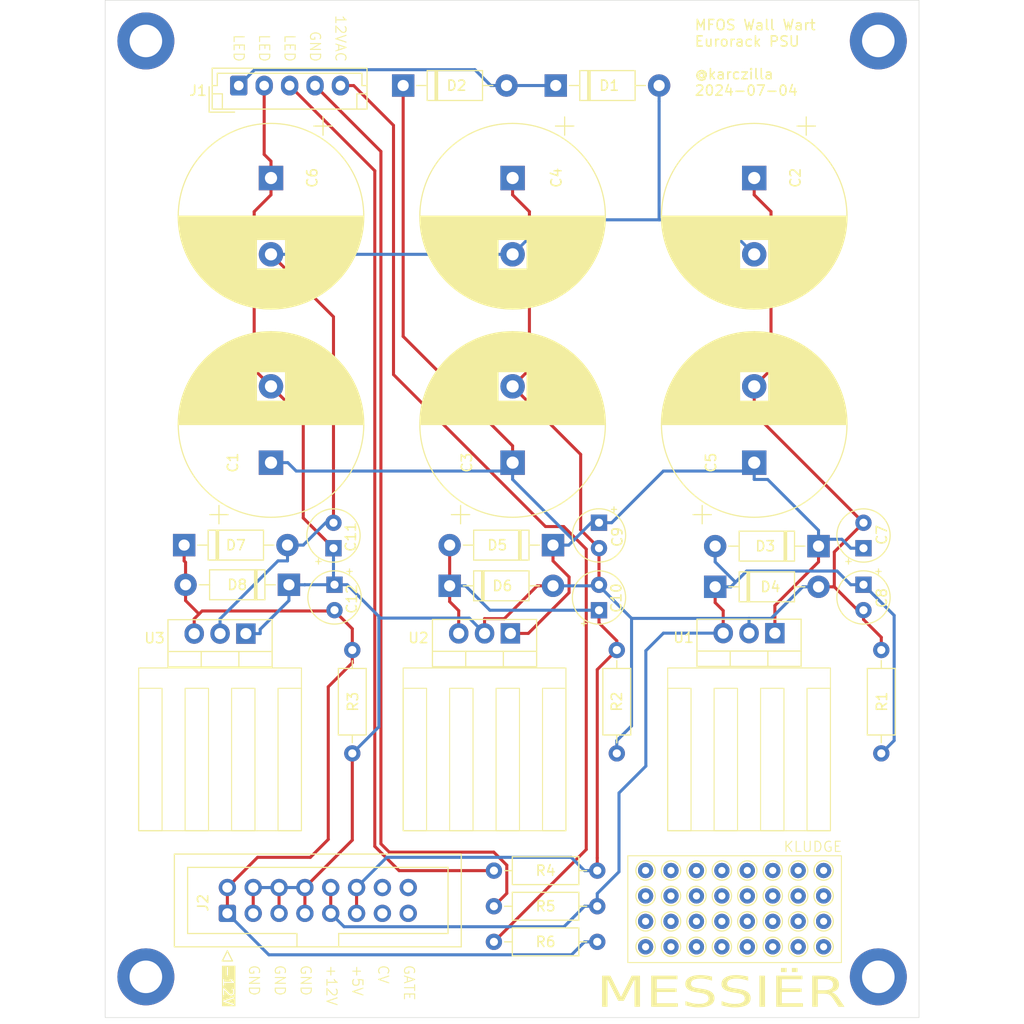
<source format=kicad_pcb>
(kicad_pcb (version 20240108) (generator "pcbnew") (generator_version "8.0")
  (title_block (title "MFOS Wall-Wart PSU (Eurorack)") (date "2024-07-06") (rev "1.0.0") (company "MESSIËR") (comment 4 "Author: Chris Karcz"))
  (layers (0 "F.Cu" signal) (31 "B.Cu" signal) (34 "B.Paste" user) (35 "F.Paste" user) (36 "B.SilkS" user "B.Silkscreen") (37 "F.SilkS" user "F.Silkscreen") (38 "B.Mask" user) (39 "F.Mask" user) (44 "Edge.Cuts" user))
  (net 0 "")
  (net 1 "Net-(D2-K)")
  (net 2 "GND")
  (net 3 "Net-(D1-A)")
  (net 4 "+12V")
  (net 5 "+5V")
  (net 6 "-12V")
  (net 7 "Net-(D1-K)")
  (net 12 "Net-(J1-Pin_5)")
  (net 13 "Net-(J1-Pin_4)")
  (net 14 "Net-(J1-Pin_3)")
  (footprint "Capacitor_THT:CP_Radial_D18.0mm_P7.50mm" (layer "F.Cu") (at 144.0076 66.0281 -90)
    (property "Reference" "C4" (at -0.02222 -4.301625 90) (layer "F.SilkS"))
    (property "Value" "3300uF")
    (pad "1" thru_hole rect (at 0 0 270) (size 2.4 2.4) (drill 1.2) (layers "*.Cu" "*.Mask") (net 2 "GND"))
    (pad "2" thru_hole circle (at 7.5 0 270) (size 2.4 2.4) (drill 1.2) (layers "*.Cu" "*.Mask") (net 3 "Net-(D1-A)"))
  )
  (footprint "TestPoint:TestPoint_THTPad_D1.5mm_Drill0.7mm" (layer "F.Cu") (at 164.58 139.0987)
    (property "Reference" "K20" (hide yes))
    (property "Value" "TestPoint_THTPad_D1.5mm_Drill0.7mm")
    (pad "1" thru_hole circle (at 0 0) (size 1.5 1.5) (drill 0.7) (layers "*.Cu" "*.Mask"))
  )
  (footprint "Resistor_THT:R_Axial_DIN0207_L6.3mm_D2.5mm_P10.16mm_Horizontal" (layer "F.Cu") (at 180.25 122.5859 90)
    (property "Reference" "R1" (at 5.08 0.06 90) (layer "F.SilkS"))
    (property "Value" "2K")
    (pad "1" thru_hole circle (at 0 0 90) (size 1.6 1.6) (drill 0.8) (layers "*.Cu" "*.Mask") (net 4 "+12V"))
    (pad "2" thru_hole oval (at 10.16 0 90) (size 1.6 1.6) (drill 0.8) (layers "*.Cu" "*.Mask") (net 2 "GND"))
  )
  (footprint "Diode_THT:D_DO-41_SOD81_P10.16mm_Horizontal" (layer "F.Cu") (at 122.02 106.011 180)
    (property "Reference" "D8" (at 5.08 -0.005875 0) (layer "F.SilkS"))
    (property "Value" "1N4004")
    (pad "1" thru_hole rect (at 0 0 180) (size 2.2 2.2) (drill 1.1) (layers "*.Cu" "*.Mask") (net 2 "GND"))
    (pad "2" thru_hole oval (at 10.16 0 180) (size 2.2 2.2) (drill 1.1) (layers "*.Cu" "*.Mask") (net 6 "-12V"))
  )
  (footprint "Capacitor_THT:CP_Radial_Tantal_D5.0mm_P2.50mm" (layer "F.Cu") (at 152.5 99.9084 -90)
    (property "Reference" "C9" (at 1.405112 -1.8 90) (layer "F.SilkS"))
    (property "Value" "1uF")
    (pad "1" thru_hole rect (at 0 0 270) (size 1.6 1.6) (drill 0.8) (layers "*.Cu" "*.Mask") (net 1 "Net-(D2-K)"))
    (pad "2" thru_hole circle (at 2.5 0 270) (size 1.6 1.6) (drill 0.8) (layers "*.Cu" "*.Mask") (net 2 "GND"))
  )
  (footprint "Diode_THT:D_DO-41_SOD81_P10.16mm_Horizontal" (layer "F.Cu") (at 147.98 102.1135 180)
    (property "Reference" "D5" (at 5.479525 -0.005875 0) (layer "F.SilkS"))
    (property "Value" "1N4004")
    (pad "1" thru_hole rect (at 0 0 180) (size 2.2 2.2) (drill 1.1) (layers "*.Cu" "*.Mask") (net 1 "Net-(D2-K)"))
    (pad "2" thru_hole oval (at 10.16 0 180) (size 2.2 2.2) (drill 1.1) (layers "*.Cu" "*.Mask") (net 5 "+5V"))
  )
  (footprint "TestPoint:TestPoint_THTPad_D1.5mm_Drill0.7mm" (layer "F.Cu") (at 167.08 134.0987)
    (property "Reference" "K5" (hide yes))
    (property "Value" "TestPoint_THTPad_D1.5mm_Drill0.7mm")
    (pad "1" thru_hole circle (at 0 0) (size 1.5 1.5) (drill 0.7) (layers "*.Cu" "*.Mask"))
  )
  (footprint "TestPoint:TestPoint_THTPad_D1.5mm_Drill0.7mm" (layer "F.Cu") (at 174.58 136.5987)
    (property "Reference" "K16" (hide yes))
    (property "Value" "TestPoint_THTPad_D1.5mm_Drill0.7mm")
    (pad "1" thru_hole circle (at 0 0) (size 1.5 1.5) (drill 0.7) (layers "*.Cu" "*.Mask"))
  )
  (footprint "TestPoint:TestPoint_THTPad_D1.5mm_Drill0.7mm" (layer "F.Cu") (at 172.08 141.5987)
    (property "Reference" "K31" (hide yes))
    (property "Value" "TestPoint_THTPad_D1.5mm_Drill0.7mm")
    (pad "1" thru_hole circle (at 0 0) (size 1.5 1.5) (drill 0.7) (layers "*.Cu" "*.Mask"))
  )
  (footprint "TestPoint:TestPoint_THTPad_D1.5mm_Drill0.7mm" (layer "F.Cu") (at 169.58 134.0987)
    (property "Reference" "K6" (hide yes))
    (property "Value" "TestPoint_THTPad_D1.5mm_Drill0.7mm")
    (pad "1" thru_hole circle (at 0 0) (size 1.5 1.5) (drill 0.7) (layers "*.Cu" "*.Mask"))
  )
  (footprint "Heatsink:Heatsink_Tayda_16.50x16.50" (layer "F.Cu") (at 165.255 101.2368)
    (property "Reference" "HS1" (hide yes))
    (property "Value" "Heatsink" (hide yes))
  )
  (footprint "Capacitor_THT:CP_Radial_D18.0mm_P7.50mm" (layer "F.Cu") (at 144.0076 94.0059 90)
    (property "Reference" "C3" (at 0 -4.5 90) (layer "F.SilkS"))
    (property "Value" "3300uF")
    (pad "1" thru_hole rect (at 0 0 90) (size 2.4 2.4) (drill 1.2) (layers "*.Cu" "*.Mask") (net 1 "Net-(D2-K)"))
    (pad "2" thru_hole circle (at 7.5 0 90) (size 2.4 2.4) (drill 1.2) (layers "*.Cu" "*.Mask") (net 2 "GND"))
  )
  (footprint "TestPoint:TestPoint_THTPad_D1.5mm_Drill0.7mm" (layer "F.Cu") (at 169.58 139.0987)
    (property "Reference" "K22" (hide yes))
    (property "Value" "TestPoint_THTPad_D1.5mm_Drill0.7mm")
    (pad "1" thru_hole circle (at 0 0) (size 1.5 1.5) (drill 0.7) (layers "*.Cu" "*.Mask"))
  )
  (footprint "TestPoint:TestPoint_THTPad_D1.5mm_Drill0.7mm" (layer "F.Cu") (at 162.08 141.5987)
    (property "Reference" "K27" (hide yes))
    (property "Value" "TestPoint_THTPad_D1.5mm_Drill0.7mm")
    (pad "1" thru_hole circle (at 0 0) (size 1.5 1.5) (drill 0.7) (layers "*.Cu" "*.Mask"))
  )
  (footprint "Resistor_THT:R_Axial_DIN0207_L6.3mm_D2.5mm_P10.16mm_Horizontal" (layer "F.Cu") (at 142.17 141.1118)
    (property "Reference" "R6" (at 5.08 0 0) (layer "F.SilkS"))
    (property "Value" "500")
    (pad "1" thru_hole circle (at 0 0) (size 1.6 1.6) (drill 0.8) (layers "*.Cu" "*.Mask") (net 12 "Net-(J1-Pin_5)"))
    (pad "2" thru_hole oval (at 10.16 0) (size 1.6 1.6) (drill 0.8) (layers "*.Cu" "*.Mask") (net 6 "-12V"))
  )
  (footprint "TestPoint:TestPoint_THTPad_D1.5mm_Drill0.7mm" (layer "F.Cu") (at 169.58 136.5987)
    (property "Reference" "K14" (hide yes))
    (property "Value" "TestPoint_THTPad_D1.5mm_Drill0.7mm")
    (pad "1" thru_hole circle (at 0 0) (size 1.5 1.5) (drill 0.7) (layers "*.Cu" "*.Mask"))
  )
  (footprint "Capacitor_THT:CP_Radial_D18.0mm_P7.50mm" (layer "F.Cu") (at 167.7576 66.0281 -90)
    (property "Reference" "C2" (at -0.02222 -4.051625 90) (layer "F.SilkS"))
    (property "Value" "3300uF")
    (pad "1" thru_hole rect (at 0 0 270) (size 2.4 2.4) (drill 1.2) (layers "*.Cu" "*.Mask") (net 2 "GND"))
    (pad "2" thru_hole circle (at 7.5 0 270) (size 2.4 2.4) (drill 1.2) (layers "*.Cu" "*.Mask") (net 3 "Net-(D1-A)"))
  )
  (footprint "TestPoint:TestPoint_THTPad_D1.5mm_Drill0.7mm" (layer "F.Cu") (at 162.08 134.0987)
    (property "Reference" "K3" (hide yes))
    (property "Value" "TestPoint_THTPad_D1.5mm_Drill0.7mm")
    (pad "1" thru_hole circle (at 0 0) (size 1.5 1.5) (drill 0.7) (layers "*.Cu" "*.Mask"))
  )
  (footprint "TestPoint:TestPoint_THTPad_D1.5mm_Drill0.7mm" (layer "F.Cu") (at 159.58 134.0987)
    (property "Reference" "K2" (hide yes))
    (property "Value" "TestPoint_THTPad_D1.5mm_Drill0.7mm")
    (pad "1" thru_hole circle (at 0 0) (size 1.5 1.5) (drill 0.7) (layers "*.Cu" "*.Mask"))
  )
  (footprint "Capacitor_THT:CP_Radial_D18.0mm_P7.50mm" (layer "F.Cu") (at 167.7576 94.0059 90)
    (property "Reference" "C5" (at 0 -4.25 90) (layer "F.SilkS"))
    (property "Value" "3300uF")
    (pad "1" thru_hole rect (at 0 0 90) (size 2.4 2.4) (drill 1.2) (layers "*.Cu" "*.Mask") (net 1 "Net-(D2-K)"))
    (pad "2" thru_hole circle (at 7.5 0 90) (size 2.4 2.4) (drill 1.2) (layers "*.Cu" "*.Mask") (net 2 "GND"))
  )
  (footprint "TestPoint:TestPoint_THTPad_D1.5mm_Drill0.7mm" (layer "F.Cu") (at 157.08 134.0987)
    (property "Reference" "K1" (hide yes))
    (property "Value" "TestPoint_THTPad_D1.5mm_Drill0.7mm")
    (pad "1" thru_hole circle (at 0 0) (size 1.5 1.5) (drill 0.7) (layers "*.Cu" "*.Mask"))
  )
  (footprint "TestPoint:TestPoint_THTPad_D1.5mm_Drill0.7mm" (layer "F.Cu") (at 167.08 136.5987)
    (property "Reference" "K13" (hide yes))
    (property "Value" "TestPoint_THTPad_D1.5mm_Drill0.7mm")
    (pad "1" thru_hole circle (at 0 0) (size 1.5 1.5) (drill 0.7) (layers "*.Cu" "*.Mask"))
  )
  (footprint "TestPoint:TestPoint_THTPad_D1.5mm_Drill0.7mm" (layer "F.Cu") (at 157.08 136.5987)
    (property "Reference" "K9" (hide yes))
    (property "Value" "TestPoint_THTPad_D1.5mm_Drill0.7mm")
    (pad "1" thru_hole circle (at 0 0) (size 1.5 1.5) (drill 0.7) (layers "*.Cu" "*.Mask"))
  )
  (footprint "TestPoint:TestPoint_THTPad_D1.5mm_Drill0.7mm" (layer "F.Cu") (at 174.58 141.5987)
    (property "Reference" "K32" (hide yes))
    (property "Value" "TestPoint_THTPad_D1.5mm_Drill0.7mm")
    (pad "1" thru_hole circle (at 0 0) (size 1.5 1.5) (drill 0.7) (layers "*.Cu" "*.Mask"))
  )
  (footprint "Diode_THT:D_DO-41_SOD81_P10.16mm_Horizontal" (layer "F.Cu") (at 163.92 106.211)
    (property "Reference" "D4" (at 5.430475 0.005875 0) (layer "F.SilkS"))
    (property "Value" "1N4004")
    (pad "1" thru_hole rect (at 0 0) (size 2.2 2.2) (drill 1.1) (layers "*.Cu" "*.Mask") (net 4 "+12V"))
    (pad "2" thru_hole oval (at 10.16 0) (size 2.2 2.2) (drill 1.1) (layers "*.Cu" "*.Mask") (net 2 "GND"))
  )
  (footprint "TestPoint:TestPoint_THTPad_D1.5mm_Drill0.7mm" (layer "F.Cu") (at 164.58 134.0987)
    (property "Reference" "K4" (hide yes))
    (property "Value" "TestPoint_THTPad_D1.5mm_Drill0.7mm")
    (pad "1" thru_hole circle (at 0 0) (size 1.5 1.5) (drill 0.7) (layers "*.Cu" "*.Mask"))
  )
  (footprint "TestPoint:TestPoint_THTPad_D1.5mm_Drill0.7mm" (layer "F.Cu") (at 172.08 134.0987)
    (property "Reference" "K7" (hide yes))
    (property "Value" "TestPoint_THTPad_D1.5mm_Drill0.7mm")
    (pad "1" thru_hole circle (at 0 0) (size 1.5 1.5) (drill 0.7) (layers "*.Cu" "*.Mask"))
  )
  (footprint "TestPoint:TestPoint_THTPad_D1.5mm_Drill0.7mm" (layer "F.Cu") (at 162.08 136.5987)
    (property "Reference" "K11" (hide yes))
    (property "Value" "TestPoint_THTPad_D1.5mm_Drill0.7mm")
    (pad "1" thru_hole circle (at 0 0) (size 1.5 1.5) (drill 0.7) (layers "*.Cu" "*.Mask"))
  )
  (footprint "Capacitor_THT:CP_Radial_Tantal_D5.0mm_P2.50mm" (layer "F.Cu") (at 178.5 102.4161 90)
    (property "Reference" "C7" (at 1.305113 1.8 90) (layer "F.SilkS"))
    (property "Value" "1uF")
    (pad "1" thru_hole rect (at 0 0 90) (size 1.6 1.6) (drill 0.8) (layers "*.Cu" "*.Mask") (net 1 "Net-(D2-K)"))
    (pad "2" thru_hole circle (at 2.5 0 90) (size 1.6 1.6) (drill 0.8) (layers "*.Cu" "*.Mask") (net 2 "GND"))
  )
  (footprint "TestPoint:TestPoint_THTPad_D1.5mm_Drill0.7mm" (layer "F.Cu") (at 164.58 136.5987)
    (property "Reference" "K12" (hide yes))
    (property "Value" "TestPoint_THTPad_D1.5mm_Drill0.7mm")
    (pad "1" thru_hole circle (at 0 0) (size 1.5 1.5) (drill 0.7) (layers "*.Cu" "*.Mask"))
  )
  (footprint "Resistor_THT:R_Axial_DIN0207_L6.3mm_D2.5mm_P10.16mm_Horizontal" (layer "F.Cu") (at 154.25 112.4259 -90)
    (property "Reference" "R2" (at 5.074125 0 90) (layer "F.SilkS"))
    (property "Value" "2K")
    (pad "1" thru_hole circle (at 0 0 270) (size 1.6 1.6) (drill 0.8) (layers "*.Cu" "*.Mask") (net 5 "+5V"))
    (pad "2" thru_hole oval (at 10.16 0 270) (size 1.6 1.6) (drill 0.8) (layers "*.Cu" "*.Mask") (net 2 "GND"))
  )
  (footprint "TestPoint:TestPoint_THTPad_D1.5mm_Drill0.7mm" (layer "F.Cu") (at 174.58 139.0987)
    (property "Reference" "K24" (hide yes))
    (property "Value" "TestPoint_THTPad_D1.5mm_Drill0.7mm")
    (pad "1" thru_hole circle (at 0 0) (size 1.5 1.5) (drill 0.7) (layers "*.Cu" "*.Mask"))
  )
  (footprint "MountingHole:MountingHole_3.2mm_M3_DIN965_Pad" (layer "F.Cu") (at 179.9576 52.552)
    (property "Reference" "M2" (hide yes))
    (property "Value" "MountingHole_3.2mm_M3_DIN965_Pad")
    (pad "1" thru_hole circle (at 0 0) (size 5.6 5.6) (drill 3.2) (layers "*.Cu" "*.Mask"))
  )
  (footprint "Package_TO_SOT_THT:TO-220-3_Vertical" (layer "F.Cu") (at 143.79 110.7918 180)
    (property "Reference" "U2" (at 9.04 -0.445 180) (layer "F.SilkS"))
    (property "Value" "L7805CV")
    (pad "1" thru_hole rect (at 0 0 180) (size 1.905 2) (drill 1.1) (layers "*.Cu" "*.Mask") (net 1 "Net-(D2-K)"))
    (pad "2" thru_hole oval (at 2.54 0 180) (size 1.905 2) (drill 1.1) (layers "*.Cu" "*.Mask") (net 2 "GND"))
    (pad "3" thru_hole oval (at 5.08 0 180) (size 1.905 2) (drill 1.1) (layers "*.Cu" "*.Mask") (net 5 "+5V"))
  )
  (footprint "TestPoint:TestPoint_THTPad_D1.5mm_Drill0.7mm" (layer "F.Cu") (at 174.58 134.0987)
    (property "Reference" "K8" (hide yes))
    (property "Value" "TestPoint_THTPad_D1.5mm_Drill0.7mm")
    (pad "1" thru_hole circle (at 0 0) (size 1.5 1.5) (drill 0.7) (layers "*.Cu" "*.Mask"))
  )
  (footprint "Resistor_THT:R_Axial_DIN0207_L6.3mm_D2.5mm_P10.16mm_Horizontal" (layer "F.Cu") (at 142.17 134.1118)
    (property "Reference" "R4" (at 5.08 0 0) (layer "F.SilkS"))
    (property "Value" "150")
    (pad "1" thru_hole circle (at 0 0) (size 1.6 1.6) (drill 0.8) (layers "*.Cu" "*.Mask") (net 14 "Net-(J1-Pin_3)"))
    (pad "2" thru_hole oval (at 10.16 0) (size 1.6 1.6) (drill 0.8) (layers "*.Cu" "*.Mask") (net 5 "+5V"))
  )
  (footprint "Capacitor_THT:CP_Radial_Tantal_D5.0mm_P2.50mm" (layer "F.Cu") (at 126.5 106.0059 -90)
    (property "Reference" "C12" (at 1.4 -1.7 90) (layer "F.SilkS"))
    (property "Value" "1uF")
    (pad "1" thru_hole rect (at 0 0 270) (size 1.6 1.6) (drill 0.8) (layers "*.Cu" "*.Mask") (net 2 "GND"))
    (pad "2" thru_hole circle (at 2.5 0 270) (size 1.6 1.6) (drill 0.8) (layers "*.Cu" "*.Mask") (net 6 "-12V"))
  )
  (footprint "Capacitor_THT:CP_Radial_Tantal_D5.0mm_P2.50mm" (layer "F.Cu") (at 126.4 102.4161 90)
    (property "Reference" "C11" (at 1.1 1.7 90) (layer "F.SilkS"))
    (property "Value" "1uF")
    (pad "1" thru_hole rect (at 0 0 90) (size 1.6 1.6) (drill 0.8) (layers "*.Cu" "*.Mask") (net 2 "GND"))
    (pad "2" thru_hole circle (at 2.5 0 90) (size 1.6 1.6) (drill 0.8) (layers "*.Cu" "*.Mask") (net 3 "Net-(D1-A)"))
  )
  (footprint "TestPoint:TestPoint_THTPad_D1.5mm_Drill0.7mm" (layer "F.Cu") (at 159.58 136.5987)
    (property "Reference" "K10" (hide yes))
    (property "Value" "TestPoint_THTPad_D1.5mm_Drill0.7mm")
    (pad "1" thru_hole circle (at 0 0) (size 1.5 1.5) (drill 0.7) (layers "*.Cu" "*.Mask"))
  )
  (footprint "Capacitor_THT:CP_Radial_Tantal_D5.0mm_P2.50mm" (layer "F.Cu") (at 178.5 106.0059 -90)
    (property "Reference" "C8" (at 1.305112 -1.8 90) (layer "F.SilkS"))
    (property "Value" "1uF")
    (pad "1" thru_hole rect (at 0 0 270) (size 1.6 1.6) (drill 0.8) (layers "*.Cu" "*.Mask") (net 4 "+12V"))
    (pad "2" thru_hole circle (at 2.5 0 270) (size 1.6 1.6) (drill 0.8) (layers "*.Cu" "*.Mask") (net 2 "GND"))
  )
  (footprint "MountingHole:MountingHole_3.2mm_M3_DIN965_Pad" (layer "F.Cu") (at 107.9576 52.552)
    (property "Reference" "M1" (hide yes))
    (property "Value" "MountingHole_3.2mm_M3_DIN965_Pad")
    (pad "1" thru_hole circle (at 0 0) (size 5.6 5.6) (drill 3.2) (layers "*.Cu" "*.Mask"))
  )
  (footprint "Connector_JST:JST_EH_B5B-EH-A_1x05_P2.50mm_Vertical" (layer "F.Cu") (at 117.0876 56.9404)
    (property "Reference" "J1" (at -4 0.5 0) (layer "F.SilkS"))
    (property "Value" "JST5")
    (pad "1" thru_hole roundrect (at 0 0) (size 1.7 1.95) (drill 0.95) (layers "*.Cu" "*.Mask") (roundrect_rratio 0.147059) (net 7 "Net-(D1-K)"))
    (pad "2" thru_hole oval (at 2.5 0) (size 1.7 1.95) (drill 0.95) (layers "*.Cu" "*.Mask") (net 2 "GND"))
    (pad "3" thru_hole oval (at 5 0) (size 1.7 1.95) (drill 0.95) (layers "*.Cu" "*.Mask") (net 14 "Net-(J1-Pin_3)"))
    (pad "4" thru_hole oval (at 7.5 0) (size 1.7 1.95) (drill 0.95) (layers "*.Cu" "*.Mask") (net 13 "Net-(J1-Pin_4)"))
    (pad "5" thru_hole oval (at 10 0) (size 1.7 1.95) (drill 0.95) (layers "*.Cu" "*.Mask") (net 12 "Net-(J1-Pin_5)"))
  )
  (footprint "MountingHole:MountingHole_3.2mm_M3_DIN965_Pad" (layer "F.Cu") (at 107.9576 144.552)
    (property "Reference" "M4" (hide yes))
    (property "Value" "MountingHole_3.2mm_M3_DIN965_Pad")
    (pad "1" thru_hole circle (at 0 0) (size 5.6 5.6) (drill 3.2) (layers "*.Cu" "*.Mask"))
  )
  (footprint "TestPoint:TestPoint_THTPad_D1.5mm_Drill0.7mm" (layer "F.Cu") (at 157.08 139.0987)
    (property "Reference" "K17" (hide yes))
    (property "Value" "TestPoint_THTPad_D1.5mm_Drill0.7mm")
    (pad "1" thru_hole circle (at 0 0) (size 1.5 1.5) (drill 0.7) (layers "*.Cu" "*.Mask"))
  )
  (footprint "TestPoint:TestPoint_THTPad_D1.5mm_Drill0.7mm" (layer "F.Cu") (at 169.58 141.5987)
    (property "Reference" "K30" (hide yes))
    (property "Value" "TestPoint_THTPad_D1.5mm_Drill0.7mm")
    (pad "1" thru_hole circle (at 0 0) (size 1.5 1.5) (drill 0.7) (layers "*.Cu" "*.Mask"))
  )
  (footprint "TestPoint:TestPoint_THTPad_D1.5mm_Drill0.7mm" (layer "F.Cu") (at 172.08 136.5987)
    (property "Reference" "K15" (hide yes))
    (property "Value" "TestPoint_THTPad_D1.5mm_Drill0.7mm")
    (pad "1" thru_hole circle (at 0 0) (size 1.5 1.5) (drill 0.7) (layers "*.Cu" "*.Mask"))
  )
  (footprint "Resistor_THT:R_Axial_DIN0207_L6.3mm_D2.5mm_P10.16mm_Horizontal" (layer "F.Cu") (at 142.17 137.6118)
    (property "Reference" "R5" (at 5.08 0 0) (layer "F.SilkS"))
    (property "Value" "500")
    (pad "1" thru_hole circle (at 0 0) (size 1.6 1.6) (drill 0.8) (layers "*.Cu" "*.Mask") (net 13 "Net-(J1-Pin_4)"))
    (pad "2" thru_hole oval (at 10.16 0) (size 1.6 1.6) (drill 0.8) (layers "*.Cu" "*.Mask") (net 4 "+12V"))
  )
  (footprint "Diode_THT:D_DO-41_SOD81_P10.16mm_Horizontal" (layer "F.Cu") (at 111.72 102.111)
    (property "Reference" "D7" (at 5.08 0.005875 0) (layer "F.SilkS"))
    (property "Value" "1N4004")
    (pad "1" thru_hole rect (at 0 0) (size 2.2 2.2) (drill 1.1) (layers "*.Cu" "*.Mask") (net 6 "-12V"))
    (pad "2" thru_hole oval (at 10.16 0) (size 2.2 2.2) (drill 1.1) (layers "*.Cu" "*.Mask") (net 3 "Net-(D1-A)"))
  )
  (footprint "Diode_THT:D_DO-41_SOD81_P10.16mm_Horizontal" (layer "F.Cu") (at 148.25 56.9345)
    (property "Reference" "D1" (at 5.25 0.005875 0) (layer "F.SilkS"))
    (property "Value" "1N4004")
    (pad "1" thru_hole rect (at 0 0) (size 2.2 2.2) (drill 1.1) (layers "*.Cu" "*.Mask") (net 7 "Net-(D1-K)"))
    (pad "2" thru_hole oval (at 10.16 0) (size 2.2 2.2) (drill 1.1) (layers "*.Cu" "*.Mask") (net 3 "Net-(D1-A)"))
  )
  (footprint "Capacitor_THT:CP_Radial_D18.0mm_P7.50mm" (layer "F.Cu") (at 120.2576 66.0281 -90)
    (property "Reference" "C6" (at -0.02222 -4.051625 90) (layer "F.SilkS"))
    (property "Value" "3300uF")
    (pad "1" thru_hole rect (at 0 0 270) (size 2.4 2.4) (drill 1.2) (layers "*.Cu" "*.Mask") (net 2 "GND"))
    (pad "2" thru_hole circle (at 7.5 0 270) (size 2.4 2.4) (drill 1.2) (layers "*.Cu" "*.Mask") (net 3 "Net-(D1-A)"))
  )
  (footprint "Diode_THT:D_DO-41_SOD81_P10.16mm_Horizontal" (layer "F.Cu") (at 174.08 102.211 180)
    (property "Reference" "D3" (at 5.229525 -0.005875 0) (layer "F.SilkS"))
    (property "Value" "1N4004")
    (pad "1" thru_hole rect (at 0 0 180) (size 2.2 2.2) (drill 1.1) (layers "*.Cu" "*.Mask") (net 1 "Net-(D2-K)"))
    (pad "2" thru_hole oval (at 10.16 0 180) (size 2.2 2.2) (drill 1.1) (layers "*.Cu" "*.Mask") (net 4 "+12V"))
  )
  (footprint "TestPoint:TestPoint_THTPad_D1.5mm_Drill0.7mm" (layer "F.Cu") (at 162.08 139.0987)
    (property "Reference" "K19" (hide yes))
    (property "Value" "TestPoint_THTPad_D1.5mm_Drill0.7mm")
    (pad "1" thru_hole circle (at 0 0) (size 1.5 1.5) (drill 0.7) (layers "*.Cu" "*.Mask"))
  )
  (footprint "TestPoint:TestPoint_THTPad_D1.5mm_Drill0.7mm" (layer "F.Cu") (at 157.08 141.5987)
    (property "Reference" "K25" (hide yes))
    (property "Value" "TestPoint_THTPad_D1.5mm_Drill0.7mm")
    (pad "1" thru_hole circle (at 0 0) (size 1.5 1.5) (drill 0.7) (layers "*.Cu" "*.Mask"))
  )
  (footprint "Package_TO_SOT_THT:TO-220-3_Vertical" (layer "F.Cu") (at 117.79 110.8118 180)
    (property "Reference" "U3" (at 8.98 -0.445 180) (layer "F.SilkS"))
    (property "Value" "L7912CV")
    (pad "1" thru_hole rect (at 0 0 180) (size 1.905 2) (drill 1.1) (layers "*.Cu" "*.Mask") (net 2 "GND"))
    (pad "2" thru_hole oval (at 2.54 0 180) (size 1.905 2) (drill 1.1) (layers "*.Cu" "*.Mask") (net 3 "Net-(D1-A)"))
    (pad "3" thru_hole oval (at 5.08 0 180) (size 1.905 2) (drill 1.1) (layers "*.Cu" "*.Mask") (net 6 "-12V"))
  )
  (footprint "Heatsink:Heatsink_Tayda_16.50x16.50" (layer "F.Cu") (at 139.255 101.2368)
    (property "Reference" "HS2" (hide yes))
    (property "Value" "Heatsink" (hide yes))
  )
  (footprint "Diode_THT:D_DO-41_SOD81_P10.16mm_Horizontal" (layer "F.Cu") (at 137.82 106.1135)
    (property "Reference" "D6" (at 5.180475 0.005875 0) (layer "F.SilkS"))
    (property "Value" "1N4004")
    (pad "1" thru_hole rect (at 0 0) (size 2.2 2.2) (drill 1.1) (layers "*.Cu" "*.Mask") (net 5 "+5V"))
    (pad "2" thru_hole oval (at 10.16 0) (size 2.2 2.2) (drill 1.1) (layers "*.Cu" "*.Mask") (net 2 "GND"))
  )
  (footprint "Diode_THT:D_DO-41_SOD81_P10.16mm_Horizontal" (layer "F.Cu") (at 133.25 56.9345)
    (property "Reference" "D2" (at 5.25 0.005875 0) (layer "F.SilkS"))
    (property "Value" "1N4004")
    (pad "1" thru_hole rect (at 0 0) (size 2.2 2.2) (drill 1.1) (layers "*.Cu" "*.Mask") (net 1 "Net-(D2-K)"))
    (pad "2" thru_hole oval (at 10.16 0) (size 2.2 2.2) (drill 1.1) (layers "*.Cu" "*.Mask") (net 7 "Net-(D1-K)"))
  )
  (footprint "MountingHole:MountingHole_3.2mm_M3_DIN965_Pad" (layer "F.Cu") (at 179.9576 144.552)
    (property "Reference" "M3" (hide yes))
    (property "Value" "MountingHole_3.2mm_M3_DIN965_Pad")
    (pad "1" thru_hole circle (at 0 0) (size 5.6 5.6) (drill 3.2) (layers "*.Cu" "*.Mask"))
  )
  (footprint "TestPoint:TestPoint_THTPad_D1.5mm_Drill0.7mm" (layer "F.Cu") (at 159.58 141.5987)
    (property "Reference" "K26" (hide yes))
    (property "Value" "TestPoint_THTPad_D1.5mm_Drill0.7mm")
    (pad "1" thru_hole circle (at 0 0) (size 1.5 1.5) (drill 0.7) (layers "*.Cu" "*.Mask"))
  )
  (footprint "TestPoint:TestPoint_THTPad_D1.5mm_Drill0.7mm" (layer "F.Cu") (at 167.08 141.5987)
    (property "Reference" "K29" (hide yes))
    (property "Value" "TestPoint_THTPad_D1.5mm_Drill0.7mm")
    (pad "1" thru_hole circle (at 0 0) (size 1.5 1.5) (drill 0.7) (layers "*.Cu" "*.Mask"))
  )
  (footprint "Capacitor_THT:CP_Radial_D18.0mm_P7.50mm" (layer "F.Cu") (at 120.2576 94.0059 90)
    (property "Reference" "C1" (at 0 -3.75 90) (layer "F.SilkS"))
    (property "Value" "3300uF")
    (pad "1" thru_hole rect (at 0 0 90) (size 2.4 2.4) (drill 1.2) (layers "*.Cu" "*.Mask") (net 1 "Net-(D2-K)"))
    (pad "2" thru_hole circle (at 7.5 0 90) (size 2.4 2.4) (drill 1.2) (layers "*.Cu" "*.Mask") (net 2 "GND"))
  )
  (footprint "TestPoint:TestPoint_THTPad_D1.5mm_Drill0.7mm" (layer "F.Cu") (at 167.08 139.0987)
    (property "Reference" "K21" (hide yes))
    (property "Value" "TestPoint_THTPad_D1.5mm_Drill0.7mm")
    (pad "1" thru_hole circle (at 0 0) (size 1.5 1.5) (drill 0.7) (layers "*.Cu" "*.Mask"))
  )
  (footprint "Package_TO_SOT_THT:TO-220-3_Vertical" (layer "F.Cu") (at 169.79 110.7668 180)
    (property "Reference" "U1" (at 8.98 -0.445 180) (layer "F.SilkS"))
    (property "Value" "L7812CV")
    (pad "1" thru_hole rect (at 0 0 180) (size 1.905 2) (drill 1.1) (layers "*.Cu" "*.Mask") (net 1 "Net-(D2-K)"))
    (pad "2" thru_hole oval (at 2.54 0 180) (size 1.905 2) (drill 1.1) (layers "*.Cu" "*.Mask") (net 2 "GND"))
    (pad "3" thru_hole oval (at 5.08 0 180) (size 1.905 2) (drill 1.1) (layers "*.Cu" "*.Mask") (net 4 "+12V"))
  )
  (footprint "Heatsink:Heatsink_Tayda_16.50x16.50" (layer "F.Cu") (at 113.255 101.2368)
    (property "Reference" "HS3" (hide yes))
    (property "Value" "Heatsink" (hide yes))
  )
  (footprint "Connector_IDC:IDC-Header_2x08_P2.54mm_Vertical" (layer "F.Cu") (at 115.97 138.3118 90)
    (property "Reference" "J2" (at 1.04 -2.395 90) (layer "F.SilkS"))
    (property "Value" "IDC16")
    (pad "1" thru_hole roundrect (at 0 0 90) (size 1.7 1.7) (drill 1) (layers "*.Cu" "*.Mask") (roundrect_rratio 0.147059) (net 6 "-12V"))
    (pad "2" thru_hole circle (at 2.54 0 90) (size 1.7 1.7) (drill 1) (layers "*.Cu" "*.Mask") (net 6 "-12V"))
    (pad "3" thru_hole circle (at 0 2.54 90) (size 1.7 1.7) (drill 1) (layers "*.Cu" "*.Mask") (net 2 "GND"))
    (pad "4" thru_hole circle (at 2.54 2.54 90) (size 1.7 1.7) (drill 1) (layers "*.Cu" "*.Mask") (net 2 "GND"))
    (pad "5" thru_hole circle (at 0 5.08 90) (size 1.7 1.7) (drill 1) (layers "*.Cu" "*.Mask") (net 2 "GND"))
    (pad "6" thru_hole circle (at 2.54 5.08 90) (size 1.7 1.7) (drill 1) (layers "*.Cu" "*.Mask") (net 2 "GND"))
    (pad "7" thru_hole circle (at 0 7.62 90) (size 1.7 1.7) (drill 1) (layers "*.Cu" "*.Mask") (net 2 "GND"))
    (pad "8" thru_hole circle (at 2.54 7.62 90) (size 1.7 1.7) (drill 1) (layers "*.Cu" "*.Mask") (net 2 "GND"))
    (pad "9" thru_hole circle (at 0 10.16 90) (size 1.7 1.7) (drill 1) (layers "*.Cu" "*.Mask") (net 4 "+12V"))
    (pad "10" thru_hole circle (at 2.54 10.16 90) (size 1.7 1.7) (drill 1) (layers "*.Cu" "*.Mask") (net 4 "+12V"))
    (pad "11" thru_hole circle (at 0 12.7 90) (size 1.7 1.7) (drill 1) (layers "*.Cu" "*.Mask") (net 5 "+5V"))
    (pad "12" thru_hole circle (at 2.54 12.7 90) (size 1.7 1.7) (drill 1) (layers "*.Cu" "*.Mask") (net 5 "+5V"))
    (pad "13" thru_hole circle (at 0 15.24 90) (size 1.7 1.7) (drill 1) (layers "*.Cu" "*.Mask"))
    (pad "14" thru_hole circle (at 2.54 15.24 90) (size 1.7 1.7) (drill 1) (layers "*.Cu" "*.Mask"))
    (pad "15" thru_hole circle (at 0 17.78 90) (size 1.7 1.7) (drill 1) (layers "*.Cu" "*.Mask"))
    (pad "16" thru_hole circle (at 2.54 17.78 90) (size 1.7 1.7) (drill 1) (layers "*.Cu" "*.Mask"))
  )
  (footprint "Capacitor_THT:CP_Radial_Tantal_D5.0mm_P2.50mm" (layer "F.Cu") (at 152.5 108.5135 90)
    (property "Reference" "C10" (at 1.2 1.7 90) (layer "F.SilkS"))
    (property "Value" "1uF")
    (pad "1" thru_hole rect (at 0 0 90) (size 1.6 1.6) (drill 0.8) (layers "*.Cu" "*.Mask") (net 5 "+5V"))
    (pad "2" thru_hole circle (at 2.5 0 90) (size 1.6 1.6) (drill 0.8) (layers "*.Cu" "*.Mask") (net 2 "GND"))
  )
  (footprint "Resistor_THT:R_Axial_DIN0207_L6.3mm_D2.5mm_P10.16mm_Horizontal" (layer "F.Cu") (at 128.25 122.5859 90)
    (property "Reference" "R3" (at 5.08 0.06 90) (layer "F.SilkS"))
    (property "Value" "2K")
    (pad "1" thru_hole circle (at 0 0 90) (size 1.6 1.6) (drill 0.8) (layers "*.Cu" "*.Mask") (net 2 "GND"))
    (pad "2" thru_hole oval (at 10.16 0 90) (size 1.6 1.6) (drill 0.8) (layers "*.Cu" "*.Mask") (net 6 "-12V"))
  )
  (footprint "TestPoint:TestPoint_THTPad_D1.5mm_Drill0.7mm" (layer "F.Cu") (at 159.58 139.0987)
    (property "Reference" "REF**" (hide yes))
    (property "Value" "TestPoint_THTPad_D1.5mm_Drill0.7mm")
    (pad "1" thru_hole circle (at 0 0) (size 1.5 1.5) (drill 0.7) (layers "*.Cu" "*.Mask"))
  )
  (footprint "TestPoint:TestPoint_THTPad_D1.5mm_Drill0.7mm" (layer "F.Cu") (at 164.58 141.5987)
    (property "Reference" "K28" (hide yes))
    (property "Value" "TestPoint_THTPad_D1.5mm_Drill0.7mm")
    (pad "1" thru_hole circle (at 0 0) (size 1.5 1.5) (drill 0.7) (layers "*.Cu" "*.Mask"))
  )
  (footprint "TestPoint:TestPoint_THTPad_D1.5mm_Drill0.7mm" (layer "F.Cu") (at 172.08 139.0987)
    (property "Reference" "K23" (hide yes))
    (property "Value" "TestPoint_THTPad_D1.5mm_Drill0.7mm")
    (pad "1" thru_hole circle (at 0 0) (size 1.5 1.5) (drill 0.7) (layers "*.Cu" "*.Mask"))
  )
  (gr_rect (start 155.33 132.648675) (end 176.33 143.148675) (stroke (width 0.1)) (fill none) (layer "F.SilkS"))
  (gr_rect (start 103.9576 48.551975) (end 183.9576 148.551975) (stroke (width 0.05)) (fill none) (layer "Edge.Cuts"))
  (gr_text "12VAC" (at 126.5076 49.934446 -90) (layer "F.SilkS") (effects (font (size 1 1) (thickness 0.1)) (justify left bottom)))
  (gr_text "GND" (at 124.0076 51.505875 270) (layer "F.SilkS") (effects (font (size 1 1) (thickness 0.1)) (justify left bottom)))
  (gr_text "GND" (at 118.01 143.311725 270) (layer "F.SilkS") (effects (font (size 1 1) (thickness 0.1)) (justify left bottom)))
  (gr_text "MFOS Wall Wart\nEurorack PSU\n\n@karczilla\n2024-07-04" (at 161.83 58.011725 0) (layer "F.SilkS") (effects (font (size 1 1)) (justify left bottom)))
  (gr_text "GND" (at 120.55 143.311725 270) (layer "F.SilkS") (effects (font (size 1 1) (thickness 0.1)) (justify left bottom)))
  (gr_text "LED" (at 116.5076 51.839208 270) (layer "F.SilkS") (effects (font (size 1 1) (thickness 0.1)) (justify left bottom)))
  (gr_text "+5V" (at 128.17 143.311725 270) (layer "F.SilkS") (effects (font (size 1 1) (thickness 0.1)) (justify left bottom)))
  (gr_text "KLUDGE" (at 170.58 132.348675 0) (layer "F.SilkS") (effects (font (size 1 1) (thickness 0.1)) (justify left bottom)))
  (gr_text "MESSIËR" (at 152.25 148.005875 0) (layer "F.SilkS") (effects (font (size 3 4)) (justify left bottom)))
  (gr_text "LED" (at 121.5076 51.839208 270) (layer "F.SilkS") (effects (font (size 1 1) (thickness 0.1)) (justify left bottom)))
  (gr_text "+12V" (at 125.63 143.311725 270) (layer "F.SilkS") (effects (font (size 1 1) (thickness 0.1)) (justify left bottom)))
  (gr_text "GATE" (at 133.25 143.311725 270) (layer "F.SilkS") (effects (font (size 1 1) (thickness 0.1)) (justify left bottom)))
  (gr_text "GND" (at 123.09 143.311725 270) (layer "F.SilkS") (effects (font (size 1 1) (thickness 0.1)) (justify left bottom)))
  (gr_text "LED" (at 119.0076 51.839208 270) (layer "F.SilkS") (effects (font (size 1 1) (thickness 0.1)) (justify left bottom)))
  (gr_text "CV" (at 130.71 143.311725 270) (layer "F.SilkS") (effects (font (size 1 1) (thickness 0.1)) (justify left bottom)))
  (gr_text "-12V" (at 115.47 143.311725 270) (layer "F.SilkS" knockout) (effects (font (size 1 1) (thickness 0.1)) (justify left bottom)))
  (segment (start 174.08 102.211) (end 174.08 103.7627) (width 0.3) (layer "F.Cu") (net 1))
  (segment (start 149.5603 106.7836) (end 145.5521 110.7918) (width 0.3) (layer "F.Cu") (net 1))
  (segment (start 133.25 56.9345) (end 133.25 81.5966) (width 0.3) (layer "F.Cu") (net 1))
  (segment (start 147.98 103.6652) (end 149.5603 105.2455) (width 0.3) (layer "F.Cu") (net 1))
  (segment (start 149.5603 105.2455) (end 149.5603 106.7836) (width 0.3) (layer "F.Cu") (net 1))
  (segment (start 145.5521 110.7918) (end 143.79 110.7918) (width 0.3) (layer "F.Cu") (net 1))
  (segment (start 144.0076 94.0059) (end 144.0076 92.3542) (width 0.3) (layer "F.Cu") (net 1))
  (segment (start 169.79 108.0527) (end 174.08 103.7627) (width 0.3) (layer "F.Cu") (net 1))
  (segment (start 133.25 81.5966) (end 144.0076 92.3542) (width 0.3) (layer "F.Cu") (net 1))
  (segment (start 169.79 110.7668) (end 169.79 108.0527) (width 0.3) (layer "F.Cu") (net 1))
  (segment (start 147.98 102.1135) (end 147.98 103.6652) (width 0.3) (layer "F.Cu") (net 1))
  (segment (start 144.0076 94.8317) (end 122.7351 94.8317) (width 0.3) (layer "B.Cu") (net 1))
  (segment (start 174.08 101.5385) (end 176.3707 101.5385) (width 0.3) (layer "B.Cu") (net 1))
  (segment (start 158.8284 94.8317) (end 153.7517 99.9084) (width 0.3) (layer "B.Cu") (net 1))
  (segment (start 178.5 102.4161) (end 177.2483 102.4161) (width 0.3) (layer "B.Cu") (net 1))
  (segment (start 152.1871 99.9084) (end 151.7368 99.9084) (width 0.3) (layer "B.Cu") (net 1))
  (segment (start 144.0076 94.8317) (end 144.0076 95.6576) (width 0.3) (layer "B.Cu") (net 1))
  (segment (start 144.0076 94.0059) (end 144.0076 94.8317) (width 0.3) (layer "B.Cu") (net 1))
  (segment (start 149.9976 101.6476) (end 144.0076 95.6576) (width 0.3) (layer "B.Cu") (net 1))
  (segment (start 167.7576 95.6576) (end 169.0783 95.6576) (width 0.3) (layer "B.Cu") (net 1))
  (segment (start 152.5 99.9084) (end 152.1871 99.9084) (width 0.3) (layer "B.Cu") (net 1))
  (segment (start 147.98 102.1135) (end 149.5317 102.1135) (width 0.3) (layer "B.Cu") (net 1))
  (segment (start 176.3707 101.5385) (end 177.2483 102.4161) (width 0.3) (layer "B.Cu") (net 1))
  (segment (start 174.08 102.211) (end 174.08 101.5385) (width 0.3) (layer "B.Cu") (net 1))
  (segment (start 167.7576 94.8317) (end 167.7576 95.6576) (width 0.3) (layer "B.Cu") (net 1))
  (segment (start 122.7351 94.8317) (end 121.9093 94.0059) (width 0.3) (layer "B.Cu") (net 1))
  (segment (start 152.5 99.9084) (end 153.7517 99.9084) (width 0.3) (layer "B.Cu") (net 1))
  (segment (start 167.7576 94.8317) (end 158.8284 94.8317) (width 0.3) (layer "B.Cu") (net 1))
  (segment (start 149.9976 101.6476) (end 149.5317 102.1135) (width 0.3) (layer "B.Cu") (net 1))
  (segment (start 151.7368 99.9084) (end 149.9976 101.6476) (width 0.3) (layer "B.Cu") (net 1))
  (segment (start 174.08 101.5385) (end 174.08 100.6593) (width 0.3) (layer "B.Cu") (net 1))
  (segment (start 169.0783 95.6576) (end 174.08 100.6593) (width 0.3) (layer "B.Cu") (net 1))
  (segment (start 120.2576 94.0059) (end 121.9093 94.0059) (width 0.3) (layer "B.Cu") (net 1))
  (segment (start 167.7576 94.0059) (end 167.7576 94.8317) (width 0.3) (layer "B.Cu") (net 1))
  (segment (start 174.08 106.211) (end 175.4809 106.211) (width 0.3) (layer "F.Cu") (net 2))
  (segment (start 178.5 109.4242) (end 180.25 111.1742) (width 0.3) (layer "F.Cu") (net 2))
  (segment (start 119.5876 63.7064) (end 120.2576 64.3764) (width 0.3) (layer "F.Cu") (net 2))
  (segment (start 123.59 138.3118) (end 123.59 135.7718) (width 0.3) (layer "F.Cu") (net 2))
  (segment (start 175.4809 106.211) (end 175.6302 106.211) (width 0.3) (layer "F.Cu") (net 2))
  (segment (start 118.6059 69.3315) (end 120.2576 67.6798) (width 0.3) (layer "F.Cu") (net 2))
  (segment (start 150.6975 93.1958) (end 144.0076 86.5059) (width 0.3) (layer "F.Cu") (net 2))
  (segment (start 143.2017 109.3401) (end 146.4283 106.1135) (width 0.3) (layer "F.Cu") (net 2))
  (segment (start 141.25 109.3401) (end 143.2017 109.3401) (width 0.3) (layer "F.Cu") (net 2))
  (segment (start 175.6302 106.211) (end 175.631 106.211) (width 0.3) (layer "F.Cu") (net 2))
  (segment (start 145.6593 69.3315) (end 144.0076 67.6798) (width 0.3) (layer "F.Cu") (net 2))
  (segment (start 144.0076 66.0281) (end 144.0076 67.6798) (width 0.3) (layer "F.Cu") (net 2))
  (segment (start 120.2576 86.5059) (end 123.4302 89.6785) (width 0.3) (layer "F.Cu") (net 2))
  (segment (start 118.51 135.7718) (end 118.51 138.3118) (width 0.3) (layer "F.Cu") (net 2))
  (segment (start 118.6059 84.8542) (end 118.6059 69.3315) (width 0.3) (layer "F.Cu") (net 2))
  (segment (start 167.7576 89.1737) (end 167.7576 86.5059) (width 0.3) (layer "F.Cu") (net 2))
  (segment (start 180.25 112.4259) (end 180.25 111.1742) (width 0.3) (layer "F.Cu") (net 2))
  (segment (start 175.6317 102.7844) (end 178.5 99.9161) (width 0.3) (layer "F.Cu") (net 2))
  (segment (start 177.9273 108.5059) (end 178.5 108.5059) (width 0.3) (layer "F.Cu") (net 2))
  (segment (start 147.98 106.1135) (end 146.4283 106.1135) (width 0.3) (layer "F.Cu") (net 2))
  (segment (start 145.6593 84.8542) (end 145.6593 69.3315) (width 0.3) (layer "F.Cu") (net 2))
  (segment (start 120.2576 66.0281) (end 120.2576 67.6798) (width 0.3) (layer "F.Cu") (net 2))
  (segment (start 169.4093 84.8542) (end 169.4093 69.3315) (width 0.3) (layer "F.Cu") (net 2))
  (segment (start 175.6317 106.2103) (end 175.6317 102.7844) (width 0.3) (layer "F.Cu") (net 2))
  (segment (start 175.631 106.211) (end 175.6317 106.2103) (width 0.3) (layer "F.Cu") (net 2))
  (segment (start 150.6975 100.6059) (end 150.6975 93.1958) (width 0.3) (layer "F.Cu") (net 2))
  (segment (start 120.2576 66.0281) (end 120.2576 64.3764) (width 0.3) (layer "F.Cu") (net 2))
  (segment (start 123.4302 99.4463) (end 126.4 102.4161) (width 0.3) (layer "F.Cu") (net 2))
  (segment (start 178.5 108.5059) (end 178.5 109.4242) (width 0.3) (layer "F.Cu") (net 2))
  (segment (start 119.5876 56.9404) (end 119.5876 63.7064) (width 0.3) (layer "F.Cu") (net 2))
  (segment (start 152.5 102.4084) (end 150.6975 100.6059) (width 0.3) (layer "F.Cu") (net 2))
  (segment (start 141.25 110.7918) (end 141.25 109.3401) (width 0.3) (layer "F.Cu") (net 2))
  (segment (start 123.59 135.7718) (end 128.25 131.1118) (width 0.3) (layer "F.Cu") (net 2))
  (segment (start 123.4302 89.6785) (end 123.4302 99.4463) (width 0.3) (layer "F.Cu") (net 2))
  (segment (start 175.6317 106.2103) (end 177.9273 108.5059) (width 0.3) (layer "F.Cu") (net 2))
  (segment (start 144.0076 86.5059) (end 145.6593 84.8542) (width 0.3) (layer "F.Cu") (net 2))
  (segment (start 167.7576 66.0281) (end 167.7576 67.6798) (width 0.3) (layer "F.Cu") (net 2))
  (segment (start 120.2576 86.5059) (end 118.6059 84.8542) (width 0.3) (layer "F.Cu") (net 2))
  (segment (start 121.05 135.7718) (end 121.05 138.3118) (width 0.3) (layer "F.Cu") (net 2))
  (segment (start 152.5 106.0135) (end 152.5 102.4084) (width 0.3) (layer "F.Cu") (net 2))
  (segment (start 167.7576 86.5059) (end 169.4093 84.8542) (width 0.3) (layer "F.Cu") (net 2))
  (segment (start 169.4093 69.3315) (end 167.7576 67.6798) (width 0.3) (layer "F.Cu") (net 2))
  (segment (start 128.25 131.1118) (end 128.25 122.5859) (width 0.3) (layer "F.Cu") (net 2))
  (segment (start 178.5 99.9161) (end 167.7576 89.1737) (width 0.3) (layer "F.Cu") (net 2))
  (segment (start 126.5 106.0059) (end 127.7517 106.0059) (width 0.3) (layer "B.Cu") (net 2))
  (segment (start 155.7016 119.8826) (end 154.25 121.3342) (width 0.3) (layer "B.Cu") (net 2))
  (segment (start 123.59 135.7718) (end 121.05 135.7718) (width 0.3) (layer "B.Cu") (net 2))
  (segment (start 121.05 135.7718) (end 118.51 135.7718) (width 0.3) (layer "B.Cu") (net 2))
  (segment (start 122.02 106.011) (end 122.02 107.5627) (width 0.3) (layer "B.Cu") (net 2))
  (segment (start 126.4 106.0059) (end 126.4 103.6678) (width 0.3) (layer "B.Cu") (net 2))
  (segment (start 130.8595 109.2846) (end 139.7428 109.2846) (width 0.3) (layer "B.Cu") (net 2))
  (segment (start 130.8595 119.9764) (end 130.8595 109.2846) (width 0.3) (layer "B.Cu") (net 2))
  (segment (start 152.5 106.1135) (end 152.5 106.0135) (width 0.3) (layer "B.Cu") (net 2))
  (segment (start 167.25 109.3151) (end 169.4242 109.3151) (width 0.3) (layer "B.Cu") (net 2))
  (segment (start 119.1942 110.8118) (end 119.1942 110.3885) (width 0.3) (layer "B.Cu") (net 2))
  (segment (start 167.25 110.7668) (end 167.25 109.3151) (width 0.3) (layer "B.Cu") (net 2))
  (segment (start 119.1942 110.3885) (end 122.02 107.5627) (width 0.3) (layer "B.Cu") (net 2))
  (segment (start 174.08 106.211) (end 172.5283 106.211) (width 0.3) (layer "B.Cu") (net 2))
  (segment (start 147.98 106.1135) (end 149.5317 106.1135) (width 0.3) (layer "B.Cu") (net 2))
  (segment (start 155.7016 109.3151) (end 167.25 109.3151) (width 0.3) (layer "B.Cu") (net 2))
  (segment (start 154.25 122.5859) (end 154.25 121.3342) (width 0.3) (layer "B.Cu") (net 2))
  (segment (start 130.8595 109.2846) (end 130.8595 109.1137) (width 0.3) (layer "B.Cu") (net 2))
  (segment (start 126.4 106.0059) (end 126.5 106.0059) (width 0.3) (layer "B.Cu") (net 2))
  (segment (start 123.5717 106.011) (end 123.5768 106.0059) (width 0.3) (layer "B.Cu") (net 2))
  (segment (start 155.7016 109.3151) (end 155.7016 119.8826) (width 0.3) (layer "B.Cu") (net 2))
  (segment (start 123.5768 106.0059) (end 126.4 106.0059) (width 0.3) (layer "B.Cu") (net 2))
  (segment (start 117.79 110.8118) (end 119.1942 110.8118) (width 0.3) (layer "B.Cu") (net 2))
  (segment (start 130.8595 109.1137) (end 127.7517 106.0059) (width 0.3) (layer "B.Cu") (net 2))
  (segment (start 152.5 106.1135) (end 149.5317 106.1135) (width 0.3) (layer "B.Cu") (net 2))
  (segment (start 122.02 106.011) (end 123.5717 106.011) (width 0.3) (layer "B.Cu") (net 2))
  (segment (start 128.25 122.5859) (end 130.8595 119.9764) (width 0.3) (layer "B.Cu") (net 2))
  (segment (start 126.4 102.4161) (end 126.4 103.6678) (width 0.3) (layer "B.Cu") (net 2))
  (segment (start 169.4242 109.3151) (end 172.5283 106.211) (width 0.3) (layer "B.Cu") (net 2))
  (segment (start 155.7016 109.3151) (end 152.5 106.1135) (width 0.3) (layer "B.Cu") (net 2))
  (segment (start 139.7428 109.2846) (end 141.25 110.7918) (width 0.3) (layer "B.Cu") (net 2))
  (segment (start 120.2576 73.5281) (end 126.4 79.6705) (width 0.3) (layer "F.Cu") (net 3))
  (segment (start 126.4 79.6705) (end 126.4 99.9161) (width 0.3) (layer "F.Cu") (net 3))
  (segment (start 147.4024 70.1333) (end 158.41 70.1333) (width 0.3) (layer "B.Cu") (net 3))
  (segment (start 158.41 56.9345) (end 158.41 58.4862) (width 0.3) (layer "B.Cu") (net 3))
  (segment (start 126.4 99.9161) (end 125.6266 99.9161) (width 0.3) (layer "B.Cu") (net 3))
  (segment (start 164.3628 70.1333) (end 167.7576 73.5281) (width 0.3) (layer "B.Cu") (net 3))
  (segment (start 115.25 110.8118) (end 115.25 109.3601) (width 0.3) (layer "B.Cu") (net 3))
  (segment (start 158.41 70.1333) (end 158.41 58.4862) (width 0.3) (layer "B.Cu") (net 3))
  (segment (start 115.25 109.3601) (end 120.9474 103.6627) (width 0.3) (layer "B.Cu") (net 3))
  (segment (start 158.41 70.1333) (end 164.3628 70.1333) (width 0.3) (layer "B.Cu") (net 3))
  (segment (start 125.6266 99.9161) (end 123.4317 102.111) (width 0.3) (layer "B.Cu") (net 3))
  (segment (start 120.9474 103.6627) (end 121.88 103.6627) (width 0.3) (layer "B.Cu") (net 3))
  (segment (start 144.0076 73.5281) (end 147.4024 70.1333) (width 0.3) (layer "B.Cu") (net 3))
  (segment (start 121.88 102.111) (end 123.4317 102.111) (width 0.3) (layer "B.Cu") (net 3))
  (segment (start 120.2576 73.5281) (end 144.0076 73.5281) (width 0.3) (layer "B.Cu") (net 3))
  (segment (start 121.88 102.111) (end 121.88 103.6627) (width 0.3) (layer "B.Cu") (net 3))
  (segment (start 163.92 106.211) (end 163.92 107.7627) (width 0.3) (layer "F.Cu") (net 4))
  (segment (start 163.92 107.7627) (end 164.71 108.5527) (width 0.3) (layer "F.Cu") (net 4))
  (segment (start 126.13 135.7718) (end 126.13 138.3118) (width 0.3) (layer "F.Cu") (net 4))
  (segment (start 164.71 108.5527) (end 164.71 110.7668) (width 0.3) (layer "F.Cu") (net 4))
  (segment (start 158.8319 110.7668) (end 157.1062 112.4925) (width 0.3) (layer "B.Cu") (net 4))
  (segment (start 167.0234 104.6593) (end 165.92 105.7627) (width 0.3) (layer "B.Cu") (net 4))
  (segment (start 157.1062 123.8361) (end 154.4673 126.475) (width 0.3) (layer "B.Cu") (net 4))
  (segment (start 126.13 138.3118) (end 127.4417 139.6235) (width 0.3) (layer "B.Cu") (net 4))
  (segment (start 127.4417 139.6235) (end 149.0666 139.6235) (width 0.3) (layer "B.Cu") (net 4))
  (segment (start 149.0666 139.6235) (end 151.0783 137.6118) (width 0.3) (layer "B.Cu") (net 4))
  (segment (start 165.92 105.7627) (end 163.92 103.7627) (width 0.3) (layer "B.Cu") (net 4))
  (segment (start 152.33 137.6118) (end 152.33 136.3601) (width 0.3) (layer "B.Cu") (net 4))
  (segment (start 175.9017 104.6593) (end 167.0234 104.6593) (width 0.3) (layer "B.Cu") (net 4))
  (segment (start 181.5142 109.0201) (end 178.5 106.0059) (width 0.3) (layer "B.Cu") (net 4))
  (segment (start 152.33 137.6118) (end 151.0783 137.6118) (width 0.3) (layer "B.Cu") (net 4))
  (segment (start 163.92 102.211) (end 163.92 103.7627) (width 0.3) (layer "B.Cu") (net 4))
  (segment (start 178.5 106.0059) (end 177.2483 106.0059) (width 0.3) (layer "B.Cu") (net 4))
  (segment (start 164.71 110.7668) (end 158.8319 110.7668) (width 0.3) (layer "B.Cu") (net 4))
  (segment (start 181.5142 121.3217) (end 181.5142 109.0201) (width 0.3) (layer "B.Cu") (net 4))
  (segment (start 180.25 122.5859) (end 181.5142 121.3217) (width 0.3) (layer "B.Cu") (net 4))
  (segment (start 165.92 105.7627) (end 165.4717 106.211) (width 0.3) (layer "B.Cu") (net 4))
  (segment (start 177.2483 106.0059) (end 175.9017 104.6593) (width 0.3) (layer "B.Cu") (net 4))
  (segment (start 157.1062 112.4925) (end 157.1062 123.8361) (width 0.3) (layer "B.Cu") (net 4))
  (segment (start 163.92 106.211) (end 165.4717 106.211) (width 0.3) (layer "B.Cu") (net 4))
  (segment (start 154.4673 134.2228) (end 152.33 136.3601) (width 0.3) (layer "B.Cu") (net 4))
  (segment (start 154.4673 126.475) (end 154.4673 134.2228) (width 0.3) (layer "B.Cu") (net 4))
  (segment (start 152.33 134.1118) (end 152.33 132.8601) (width 0.3) (layer "F.Cu") (net 5))
  (segment (start 152.5 108.5135) (end 152.5 109.7652) (width 0.3) (layer "F.Cu") (net 5))
  (segment (start 138.71 108.5552) (end 138.71 110.7918) (width 0.3) (layer "F.Cu") (net 5))
  (segment (start 128.67 135.7718) (end 128.67 138.3118) (width 0.3) (layer "F.Cu") (net 5))
  (segment (start 137.82 106.1135) (end 137.82 107.6652) (width 0.3) (layer "F.Cu") (net 5))
  (segment (start 152.33 114.3459) (end 152.33 132.8601) (width 0.3) (layer "F.Cu") (net 5))
  (segment (start 154.25 112.4259) (end 152.33 114.3459) (width 0.3) (layer "F.Cu") (net 5))
  (segment (start 154.25 111.5152) (end 152.5 109.7652) (width 0.3) (layer "F.Cu") (net 5))
  (segment (start 137.82 106.1135) (end 137.82 102.1135) (width 0.3) (layer "F.Cu") (net 5))
  (segment (start 137.82 107.6652) (end 138.71 108.5552) (width 0.3) (layer "F.Cu") (net 5))
  (segment (start 154.25 112.4259) (end 154.25 111.5152) (width 0.3) (layer "F.Cu") (net 5))
  (segment (start 131.6381 132.8037) (end 149.7702 132.8037) (width 0.3) (layer "B.Cu") (net 5))
  (segment (start 152.5 108.5135) (end 141.7717 108.5135) (width 0.3) (layer "B.Cu") (net 5))
  (segment (start 149.7702 132.8037) (end 151.0783 134.1118) (width 0.3) (layer "B.Cu") (net 5))
  (segment (start 141.7717 108.5135) (end 139.3717 106.1135) (width 0.3) (layer "B.Cu") (net 5))
  (segment (start 128.67 135.7718) (end 131.6381 132.8037) (width 0.3) (layer "B.Cu") (net 5))
  (segment (start 137.82 106.1135) (end 139.3717 106.1135) (width 0.3) (layer "B.Cu") (net 5))
  (segment (start 152.33 134.1118) (end 151.0783 134.1118) (width 0.3) (layer "B.Cu") (net 5))
  (segment (start 126.5 108.5863) (end 113.4838 108.5863) (width 0.3) (layer "F.Cu") (net 6))
  (segment (start 128.25 112.4259) (end 128.25 113.6776) (width 0.3) (layer "F.Cu") (net 6))
  (segment (start 126.5 108.5863) (end 126.5 108.5059) (width 0.3) (layer "F.Cu") (net 6))
  (segment (start 115.97 135.7718) (end 118.936 132.8058) (width 0.3) (layer "F.Cu") (net 6))
  (segment (start 112.71 109.3601) (end 113.1837 108.8864) (width 0.3) (layer "F.Cu") (net 6))
  (segment (start 118.936 132.8058) (end 124.1235 132.8058) (width 0.3) (layer "F.Cu") (net 6))
  (segment (start 124.1235 132.8058) (end 125.8878 131.0415) (width 0.3) (layer "F.Cu") (net 6))
  (segment (start 115.97 138.3118) (end 115.97 135.7718) (width 0.3) (layer "F.Cu") (net 6))
  (segment (start 112.71 110.8118) (end 112.71 109.3601) (width 0.3) (layer "F.Cu") (net 6))
  (segment (start 111.86 106.011) (end 111.86 107.5627) (width 0.3) (layer "F.Cu") (net 6))
  (segment (start 113.4838 108.5863) (end 113.1837 108.8864) (width 0.3) (layer "F.Cu") (net 6))
  (segment (start 128.25 112.4259) (end 128.25 110.3363) (width 0.3) (layer "F.Cu") (net 6))
  (segment (start 113.1837 108.8864) (end 111.86 107.5627) (width 0.3) (layer "F.Cu") (net 6))
  (segment (start 111.72 103.6627) (end 111.86 103.8027) (width 0.3) (layer "F.Cu") (net 6))
  (segment (start 125.8878 131.0415) (end 125.8878 116.0398) (width 0.3) (layer "F.Cu") (net 6))
  (segment (start 111.86 103.8027) (end 111.86 106.011) (width 0.3) (layer "F.Cu") (net 6))
  (segment (start 128.25 110.3363) (end 126.5 108.5863) (width 0.3) (layer "F.Cu") (net 6))
  (segment (start 125.8878 116.0398) (end 128.25 113.6776) (width 0.3) (layer "F.Cu") (net 6))
  (segment (start 111.72 102.111) (end 111.72 103.6627) (width 0.3) (layer "F.Cu") (net 6))
  (segment (start 152.33 141.1118) (end 151.0783 141.1118) (width 0.3) (layer "B.Cu") (net 6))
  (segment (start 120.0427 142.3845) (end 149.8056 142.3845) (width 0.3) (layer "B.Cu") (net 6))
  (segment (start 149.8056 142.3845) (end 151.0783 141.1118) (width 0.3) (layer "B.Cu") (net 6))
  (segment (start 115.97 138.3118) (end 120.0427 142.3845) (width 0.3) (layer "B.Cu") (net 6))
  (segment (start 141.8583 56.9345) (end 140.3018 55.378) (width 0.3) (layer "B.Cu") (net 7))
  (segment (start 118.65 55.378) (end 117.0876 56.9404) (width 0.3) (layer "B.Cu") (net 7))
  (segment (start 148.25 56.9345) (end 143.41 56.9345) (width 0.3) (layer "B.Cu") (net 7))
  (segment (start 140.3018 55.378) (end 118.65 55.378) (width 0.3) (layer "B.Cu") (net 7))
  (segment (start 143.41 56.9345) (end 141.8583 56.9345) (width 0.3) (layer "B.Cu") (net 7))
  (segment (start 149.0291 100.2874) (end 151.2483 102.5066) (width 0.3) (layer "F.Cu") (net 12))
  (segment (start 132.3002 60.8513) (end 132.3002 85.3483) (width 0.3) (layer "F.Cu") (net 12))
  (segment (start 127.0876 56.9404) (end 128.3893 56.9404) (width 0.3) (layer "F.Cu") (net 12))
  (segment (start 132.3002 85.3483) (end 147.2393 100.2874) (width 0.3) (layer "F.Cu") (net 12))
  (segment (start 151.2483 102.5066) (end 151.2483 132.0335) (width 0.3) (layer "F.Cu") (net 12))
  (segment (start 151.2483 132.0335) (end 142.17 141.1118) (width 0.3) (layer "F.Cu") (net 12))
  (segment (start 128.3893 56.9404) (end 132.3002 60.8513) (width 0.3) (layer "F.Cu") (net 12))
  (segment (start 147.2393 100.2874) (end 149.0291 100.2874) (width 0.3) (layer "F.Cu") (net 12))
  (segment (start 142.1562 132.2934) (end 143.4355 133.5727) (width 0.3) (layer "F.Cu") (net 13))
  (segment (start 143.4355 136.3463) (end 142.17 137.6118) (width 0.3) (layer "F.Cu") (net 13))
  (segment (start 131.0621 63.4149) (end 131.0621 131.4742) (width 0.3) (layer "F.Cu") (net 13))
  (segment (start 131.0621 131.4742) (end 131.8813 132.2934) (width 0.3) (layer "F.Cu") (net 13))
  (segment (start 131.8813 132.2934) (end 142.1562 132.2934) (width 0.3) (layer "F.Cu") (net 13))
  (segment (start 124.5876 56.9404) (end 131.0621 63.4149) (width 0.3) (layer "F.Cu") (net 13))
  (segment (start 143.4355 133.5727) (end 143.4355 136.3463) (width 0.3) (layer "F.Cu") (net 13))
  (segment (start 130.4604 65.3132) (end 130.4604 131.7234) (width 0.3) (layer "F.Cu") (net 14))
  (segment (start 130.4604 131.7234) (end 132.8488 134.1118) (width 0.3) (layer "F.Cu") (net 14))
  (segment (start 132.8488 134.1118) (end 142.17 134.1118) (width 0.3) (layer "F.Cu") (net 14))
  (segment (start 122.0876 56.9404) (end 130.4604 65.3132) (width 0.3) (layer "F.Cu") (net 14))
)
</source>
